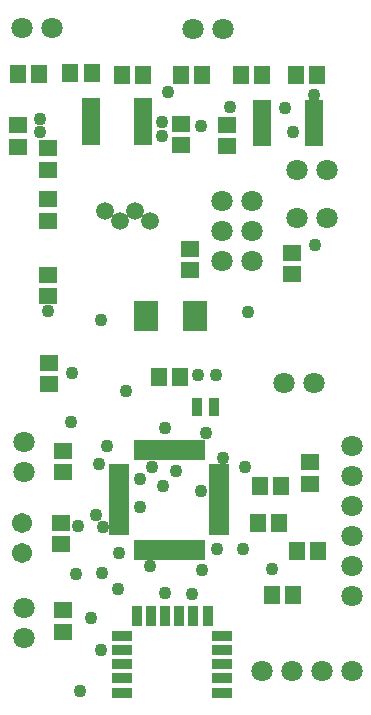
<source format=gts>
G04*
G04 #@! TF.GenerationSoftware,Altium Limited,Altium Designer,19.0.10 (269)*
G04*
G04 Layer_Color=8388736*
%FSLAX24Y24*%
%MOIN*%
G70*
G01*
G75*
%ADD23R,0.0631X0.0552*%
%ADD24R,0.0552X0.0631*%
%ADD25R,0.0671X0.0356*%
%ADD26R,0.0356X0.0671*%
%ADD27R,0.0641X0.0257*%
%ADD28R,0.0828X0.1025*%
%ADD29R,0.0661X0.0198*%
%ADD30R,0.0198X0.0661*%
%ADD31R,0.0375X0.0631*%
%ADD32C,0.0710*%
%ADD33C,0.0671*%
%ADD34C,0.0592*%
%ADD35C,0.0434*%
G54D23*
X6400Y15300D02*
D03*
Y14591D02*
D03*
X9800Y14466D02*
D03*
Y15174D02*
D03*
X2097Y6173D02*
D03*
Y5464D02*
D03*
X10390Y8184D02*
D03*
Y7476D02*
D03*
X2150Y3250D02*
D03*
Y2541D02*
D03*
X1680Y14420D02*
D03*
Y13711D02*
D03*
X7637Y19423D02*
D03*
Y18714D02*
D03*
X1677Y18643D02*
D03*
Y17934D02*
D03*
X1680Y16240D02*
D03*
Y16949D02*
D03*
X677Y18704D02*
D03*
Y19413D02*
D03*
X2165Y8563D02*
D03*
Y7854D02*
D03*
X6099Y18754D02*
D03*
Y19463D02*
D03*
X1710Y11490D02*
D03*
Y10781D02*
D03*
G54D24*
X5350Y11010D02*
D03*
X6059D02*
D03*
X9439Y7390D02*
D03*
X8730D02*
D03*
X9839Y3750D02*
D03*
X9130D02*
D03*
X9950Y5240D02*
D03*
X10659D02*
D03*
X9359Y6150D02*
D03*
X8650D02*
D03*
X6807Y21083D02*
D03*
X6099D02*
D03*
X10640Y21093D02*
D03*
X9931D02*
D03*
X8091Y21080D02*
D03*
X8800D02*
D03*
X1361Y21133D02*
D03*
X653D02*
D03*
X4837Y21093D02*
D03*
X4128D02*
D03*
X2416Y21150D02*
D03*
X3124D02*
D03*
G54D25*
X4130Y505D02*
D03*
Y978D02*
D03*
Y1450D02*
D03*
Y1922D02*
D03*
Y2395D02*
D03*
X7476D02*
D03*
Y1922D02*
D03*
Y1450D02*
D03*
Y978D02*
D03*
Y505D02*
D03*
G54D26*
X4622Y3044D02*
D03*
X5095D02*
D03*
X5567D02*
D03*
X6039D02*
D03*
X6512D02*
D03*
X6984D02*
D03*
G54D27*
X10547Y20132D02*
D03*
Y19876D02*
D03*
Y19620D02*
D03*
Y19365D02*
D03*
Y19109D02*
D03*
Y18853D02*
D03*
X8805D02*
D03*
Y19109D02*
D03*
Y19365D02*
D03*
Y19620D02*
D03*
Y19876D02*
D03*
Y20132D02*
D03*
X4848Y20183D02*
D03*
Y19927D02*
D03*
Y19671D02*
D03*
Y19415D02*
D03*
Y19159D02*
D03*
Y18903D02*
D03*
X3106D02*
D03*
Y19159D02*
D03*
Y19415D02*
D03*
Y19671D02*
D03*
Y19927D02*
D03*
Y20183D02*
D03*
G54D28*
X6554Y13070D02*
D03*
X4940D02*
D03*
G54D29*
X7378Y8022D02*
D03*
Y7826D02*
D03*
Y7629D02*
D03*
Y7432D02*
D03*
Y7235D02*
D03*
Y7038D02*
D03*
Y6841D02*
D03*
Y6644D02*
D03*
Y6448D02*
D03*
Y6251D02*
D03*
Y6054D02*
D03*
Y5857D02*
D03*
X4041D02*
D03*
Y6054D02*
D03*
Y6251D02*
D03*
Y6448D02*
D03*
Y6644D02*
D03*
Y6841D02*
D03*
Y7038D02*
D03*
Y7235D02*
D03*
Y7432D02*
D03*
Y7629D02*
D03*
Y7826D02*
D03*
Y8022D02*
D03*
G54D30*
X6792Y5271D02*
D03*
X6595D02*
D03*
X6398D02*
D03*
X6201D02*
D03*
X6005D02*
D03*
X5808D02*
D03*
X5611D02*
D03*
X5414D02*
D03*
X5217D02*
D03*
X5020D02*
D03*
X4823D02*
D03*
X4627D02*
D03*
Y8608D02*
D03*
X4823D02*
D03*
X5020D02*
D03*
X5217D02*
D03*
X5414D02*
D03*
X5611D02*
D03*
X5808D02*
D03*
X6005D02*
D03*
X6201D02*
D03*
X6398D02*
D03*
X6595D02*
D03*
X6792D02*
D03*
G54D31*
X7209Y10029D02*
D03*
X6639D02*
D03*
G54D32*
X10961Y17913D02*
D03*
X9961D02*
D03*
X10540Y10830D02*
D03*
X9540D02*
D03*
X11790Y8720D02*
D03*
Y7720D02*
D03*
Y6720D02*
D03*
Y5720D02*
D03*
Y4720D02*
D03*
Y3720D02*
D03*
X865Y3341D02*
D03*
Y2341D02*
D03*
Y7858D02*
D03*
Y8858D02*
D03*
X7480Y16880D02*
D03*
X8480D02*
D03*
X7480Y15880D02*
D03*
X8480D02*
D03*
X7480Y14880D02*
D03*
X8480D02*
D03*
X6496Y22638D02*
D03*
X7496D02*
D03*
X807Y22663D02*
D03*
X1807D02*
D03*
X9961Y16339D02*
D03*
X10961D02*
D03*
X8790Y1230D02*
D03*
X9790D02*
D03*
X10790D02*
D03*
X11790D02*
D03*
G54D33*
X807Y5173D02*
D03*
Y6173D02*
D03*
G54D34*
X5070Y16235D02*
D03*
X4570Y16550D02*
D03*
X4070Y16235D02*
D03*
X3570Y16550D02*
D03*
G54D35*
X8220Y8020D02*
D03*
X5510Y7390D02*
D03*
X5930Y7890D02*
D03*
X5140Y8030D02*
D03*
X4740Y7640D02*
D03*
X7260Y11097D02*
D03*
X6660Y11100D02*
D03*
X6947Y9146D02*
D03*
X3350Y8120D02*
D03*
X6460Y3780D02*
D03*
X5560Y3820D02*
D03*
X2610Y4470D02*
D03*
X3490Y6040D02*
D03*
X2680Y6060D02*
D03*
X2460Y11160D02*
D03*
X5559Y9317D02*
D03*
X3620Y8739D02*
D03*
X2430Y9530D02*
D03*
X4040Y5173D02*
D03*
X3460Y4485D02*
D03*
X3440Y1930D02*
D03*
X4010Y3950D02*
D03*
X3110Y3000D02*
D03*
X5080Y4710D02*
D03*
X10547Y20430D02*
D03*
X9820Y19190D02*
D03*
X7510Y8320D02*
D03*
X6750Y7220D02*
D03*
X9550Y19990D02*
D03*
X6780Y19400D02*
D03*
X5450Y19070D02*
D03*
X1390Y19200D02*
D03*
X5450Y19540D02*
D03*
X7730Y20030D02*
D03*
X5670Y20530D02*
D03*
X1400Y19640D02*
D03*
X4720Y6680D02*
D03*
X8150Y5280D02*
D03*
X10575Y15410D02*
D03*
X3250Y6410D02*
D03*
X4280Y10560D02*
D03*
X1650Y13220D02*
D03*
X2740Y570D02*
D03*
X9129Y4640D02*
D03*
X6792Y4590D02*
D03*
X8340Y13181D02*
D03*
X3420Y12931D02*
D03*
X7300Y5280D02*
D03*
M02*

</source>
